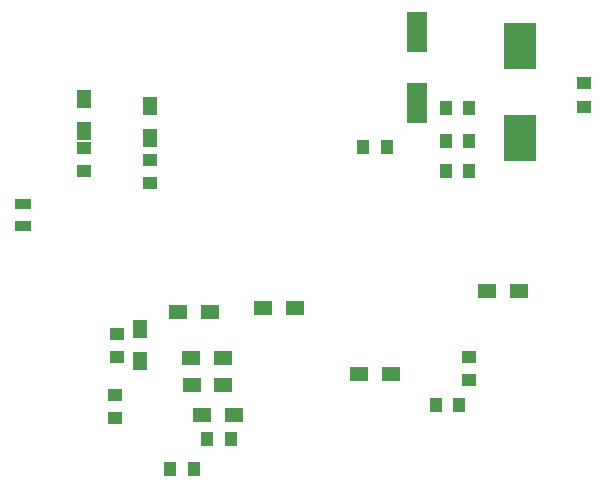
<source format=gbp>
%FSLAX46Y46*%
G04 Gerber Fmt 4.6, Leading zero omitted, Abs format (unit mm)*
G04 Created by KiCad (PCBNEW (2014-10-27 BZR 5228)-product) date 16/06/2015 16:22:24*
%MOMM*%
G01*
G04 APERTURE LIST*
%ADD10C,0.100000*%
%ADD11R,1.250000X1.000000*%
%ADD12R,1.000000X1.250000*%
%ADD13R,1.397000X0.889000*%
%ADD14R,1.300000X1.500000*%
%ADD15R,1.500000X1.300000*%
%ADD16R,2.700020X4.000500*%
%ADD17R,1.800860X3.500120*%
G04 APERTURE END LIST*
D10*
D11*
X144600000Y-70500000D03*
X144600000Y-72500000D03*
X144750000Y-65350000D03*
X144750000Y-67350000D03*
X184300000Y-44150000D03*
X184300000Y-46150000D03*
X142000000Y-51600000D03*
X142000000Y-49600000D03*
X147600000Y-50600000D03*
X147600000Y-52600000D03*
D12*
X174600000Y-51600000D03*
X172600000Y-51600000D03*
X165650000Y-49550000D03*
X167650000Y-49550000D03*
X174600000Y-49000000D03*
X172600000Y-49000000D03*
X152400000Y-74250000D03*
X154400000Y-74250000D03*
D11*
X174600000Y-69300000D03*
X174600000Y-67300000D03*
D13*
X136800000Y-56252500D03*
X136800000Y-54347500D03*
D14*
X146750000Y-64950000D03*
X146750000Y-67650000D03*
X147600000Y-46050000D03*
X147600000Y-48750000D03*
X142000000Y-45450000D03*
X142000000Y-48150000D03*
D15*
X153750000Y-67400000D03*
X151050000Y-67400000D03*
X152650000Y-63500000D03*
X149950000Y-63500000D03*
X159850000Y-63200000D03*
X157150000Y-63200000D03*
X153800000Y-69700000D03*
X151100000Y-69700000D03*
D16*
X178900000Y-48788740D03*
X178900000Y-41011260D03*
D17*
X170200000Y-39800260D03*
X170200000Y-45799740D03*
D15*
X178800000Y-61700000D03*
X176100000Y-61700000D03*
D12*
X174600000Y-46250000D03*
X172600000Y-46250000D03*
D15*
X165250000Y-68800000D03*
X167950000Y-68800000D03*
X151950000Y-72200000D03*
X154650000Y-72200000D03*
D12*
X149300000Y-76800000D03*
X151300000Y-76800000D03*
X171775000Y-71350000D03*
X173775000Y-71350000D03*
M02*

</source>
